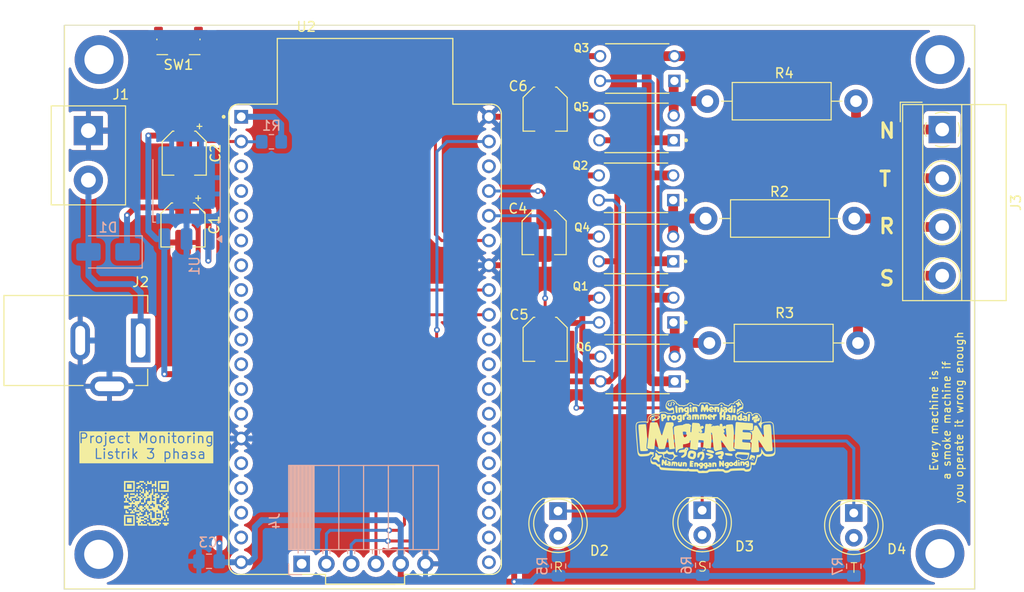
<source format=kicad_pcb>
(kicad_pcb (version 20240108) (generator "pcbnew") (generator_version "8.0")
  (layers (0 "F.Cu" signal) (31 "B.Cu" signal) (34 "B.Paste" user) (35 "F.Paste" user) (36 "B.SilkS" user "B.Silkscreen") (37 "F.SilkS" user "F.Silkscreen") (38 "B.Mask" user) (39 "F.Mask" user) (44 "Edge.Cuts" user))
  (net 0 "")
  (net 1 "Power in")
  (net 2 "GND")
  (net 3 "+3.3V")
  (net 4 "+5V")
  (net 6 "Net-(D1-K)")
  (net 7 "R")
  (net 8 "T")
  (net 9 "N")
  (net 10 "S")
  (net 11 "Net-(Q1-Pad1)")
  (net 12 "Net-(Q2-Pad1)")
  (net 13 "Net-(Q3-Pad1)")
  (net 39 "Net-(U2-EN)")
  (net 40 "Net-(D2-K)")
  (net 41 "Net-(D2-A)")
  (net 42 "Net-(D3-A)")
  (net 43 "Net-(D4-K)")
  (net 44 "Net-(D4-A)")
  (net 45 "MOSI")
  (net 46 "MISO")
  (net 47 "SCK")
  (net 49 "R_signal")
  (net 51 "S_signal")
  (net 52 "T_signal")
  (net 53 "Net-(D3-K)")
  (footprint "TerminalBlock_MetzConnect:TerminalBlock_MetzConnect_Type011_RT05504HBWC_1x04_P5.00mm_Horizontal" (layer "F.Cu") (at 197.9168 71.36 -90)
    (property "Reference" "J3" (at 7.5 -7.56 90) (layer "F.SilkS"))
    (property "Value" "Screw_Terminal_01x04")
    (pad "1" thru_hole rect (at 0 0 270) (size 2.8 2.8) (drill 1.4) (layers "*.Cu" "*.Mask") (net 9 "N"))
    (pad "2" thru_hole circle (at 5 0 270) (size 2.8 2.8) (drill 1.4) (layers "*.Cu" "*.Mask") (net 8 "T"))
    (pad "3" thru_hole circle (at 10 0 270) (size 2.8 2.8) (drill 1.4) (layers "*.Cu" "*.Mask") (net 7 "R"))
    (pad "4" thru_hole circle (at 15 0 270) (size 2.8 2.8) (drill 1.4) (layers "*.Cu" "*.Mask") (net 10 "S"))
  )
  (footprint "PC817C:PC817C" (layer "F.Cu") (at 166.5447 89.8912 180)
    (property "Reference" "Q1" (at 5.7119 2.439 0) (layer "F.SilkS") (effects (font (size 0.800551 0.800551))))
    (property "Value" "PC817C")
    (pad "1" thru_hole rect (at -3.81 -1.27 180) (size 1.26 1.26) (drill 0.85) (layers "*.Cu" "*.Mask") (net 11 "Net-(Q1-Pad1)"))
    (pad "2" thru_hole circle (at -3.81 1.27 180) (size 1.26 1.26) (drill 0.85) (layers "*.Cu" "*.Mask") (net 9 "N"))
    (pad "3" thru_hole circle (at 3.81 1.27 180) (size 1.26 1.26) (drill 0.85) (layers "*.Cu" "*.Mask") (net 51 "S_signal"))
    (pad "4" thru_hole circle (at 3.81 -1.27 180) (size 1.26 1.26) (drill 0.85) (layers "*.Cu" "*.Mask") (net 53 "Net-(D3-K)"))
  )
  (footprint "LED_THT:LED_D5.0mm_IRGrey" (layer "F.Cu") (at 158.5214 110.5154 -90)
    (property "Reference" "D2" (at 4.069 -4.2418 0) (layer "F.SilkS"))
    (property "Value" "LD271")
    (pad "1" thru_hole rect (at 0 0 270) (size 1.8 1.8) (drill 0.9) (layers "*.Cu" "*.Mask") (net 40 "Net-(D2-K)"))
    (pad "2" thru_hole circle (at 2.54 0 270) (size 1.8 1.8) (drill 0.9) (layers "*.Cu" "*.Mask") (net 41 "Net-(D2-A)"))
  )
  (footprint "Capacitor_SMD:CP_Elec_4x5.4" (layer "F.Cu") (at 120.1928 73.787 -90)
    (property "Reference" "C2" (at 0 -3.2 90) (layer "F.SilkS"))
    (property "Value" "10uF")
    (pad "1" smd roundrect (at -1.8 0 270) (size 2.6 1.6) (layers "F.Cu" "F.Paste" "F.Mask") (roundrect_rratio 0.15625) (net 4 "+5V"))
    (pad "2" smd roundrect (at 1.8 0 270) (size 2.6 1.6) (layers "F.Cu" "F.Paste" "F.Mask") (roundrect_rratio 0.15625) (net 2 "GND"))
  )
  (footprint "LED_THT:LED_D5.0mm_IRGrey" (layer "F.Cu") (at 188.849 110.7186 -90)
    (property "Reference" "D4" (at 3.7084 -4.3942 0) (layer "F.SilkS"))
    (property "Value" "LD271")
    (pad "1" thru_hole rect (at 0 0 270) (size 1.8 1.8) (drill 0.9) (layers "*.Cu" "*.Mask") (net 43 "Net-(D4-K)"))
    (pad "2" thru_hole circle (at 2.54 0 270) (size 1.8 1.8) (drill 0.9) (layers "*.Cu" "*.Mask") (net 44 "Net-(D4-A)"))
  )
  (footprint "PC817C:PC817C" (layer "F.Cu") (at 166.5193 83.6168 180)
    (property "Reference" "Q4" (at 5.5341 2.2098 0) (layer "F.SilkS") (effects (font (size 0.800551 0.800551))))
    (property "Value" "PC817C")
    (pad "1" thru_hole rect (at -3.81 -1.27 180) (size 1.26 1.26) (drill 0.85) (layers "*.Cu" "*.Mask") (net 9 "N"))
    (pad "2" thru_hole circle (at -3.81 1.27 180) (size 1.26 1.26) (drill 0.85) (layers "*.Cu" "*.Mask") (net 12 "Net-(Q2-Pad1)"))
    (pad "3" thru_hole circle (at 3.81 1.27 180) (size 1.26 1.26) (drill 0.85) (layers "*.Cu" "*.Mask") (net 49 "R_signal"))
    (pad "4" thru_hole circle (at 3.81 -1.27 180) (size 1.26 1.26) (drill 0.85) (layers "*.Cu" "*.Mask") (net 4 "+5V"))
  )
  (footprint "LOGO" (layer "F.Cu") (at 116.2812 109.7026)
    (property "Reference" "G***" (hide yes))
    (property "Value" "LOGO" (hide yes))
  )
  (footprint "PC817C:PC817C" (layer "F.Cu") (at 166.6748 95.9358 180)
    (property "Reference" "Q6" (at 5.5118 2.2606 0) (layer "F.SilkS") (effects (font (size 0.800551 0.800551))))
    (property "Value" "PC817C")
    (pad "1" thru_hole rect (at -3.81 -1.27 180) (size 1.26 1.26) (drill 0.85) (layers "*.Cu" "*.Mask") (net 9 "N"))
    (pad "2" thru_hole circle (at -3.81 1.27 180) (size 1.26 1.26) (drill 0.85) (layers "*.Cu" "*.Mask") (net 11 "Net-(Q1-Pad1)"))
    (pad "3" thru_hole circle (at 3.81 1.27 180) (size 1.26 1.26) (drill 0.85) (layers "*.Cu" "*.Mask") (net 51 "S_signal"))
    (pad "4" thru_hole circle (at 3.81 -1.27 180) (size 1.26 1.26) (drill 0.85) (layers "*.Cu" "*.Mask") (net 4 "+5V"))
  )
  (footprint "ESP:MODULE_ESP32-DEVKITC-32E" (layer "F.Cu") (at 138.7348 92.8882)
    (property "Reference" "U2" (at -6.0325 -32.0675 0) (layer "F.SilkS"))
    (property "Value" "ESP32-DEVKITC-32E")
    (pad "J2_1" thru_hole rect (at -12.7 -22.835) (size 1.408 1.408) (drill 0.9) (layers "*.Cu" "*.Mask") (net 3 "+3.3V"))
    (pad "J2_2" thru_hole circle (at -12.7 -20.295) (size 1.408 1.408) (drill 0.9) (layers "*.Cu" "*.Mask") (net 39 "Net-(U2-EN)"))
    (pad "J2_3" thru_hole circle (at -12.7 -17.755) (size 1.408 1.408) (drill 0.9) (layers "*.Cu" "*.Mask"))
    (pad "J2_4" thru_hole circle (at -12.7 -15.215) (size 1.408 1.408) (drill 0.9) (layers "*.Cu" "*.Mask"))
    (pad "J2_5" thru_hole circle (at -12.7 -12.675) (size 1.408 1.408) (drill 0.9) (layers "*.Cu" "*.Mask"))
    (pad "J2_6" thru_hole circle (at -12.7 -10.135) (size 1.408 1.408) (drill 0.9) (layers "*.Cu" "*.Mask"))
    (pad "J2_7" thru_hole circle (at -12.7 -7.595) (size 1.408 1.408) (drill 0.9) (layers "*.Cu" "*.Mask"))
    (pad "J2_8" thru_hole circle (at -12.7 -5.055) (size 1.408 1.408) (drill 0.9) (layers "*.Cu" "*.Mask"))
    (pad "J2_9" thru_hole circle (at -12.7 -2.515) (size 1.408 1.408) (drill 0.9) (layers "*.Cu" "*.Mask"))
    (pad "J2_10" thru_hole circle (at -12.7 0.025) (size 1.408 1.408) (drill 0.9) (layers "*.Cu" "*.Mask"))
    (pad "J2_11" thru_hole circle (at -12.7 2.565) (size 1.408 1.408) (drill 0.9) (layers "*.Cu" "*.Mask"))
    (pad "J2_12" thru_hole circle (at -12.7 5.105) (size 1.408 1.408) (drill 0.9) (layers "*.Cu" "*.Mask"))
    (pad "J2_13" thru_hole circle (at -12.7 7.645) (size 1.408 1.408) (drill 0.9) (layers "*.Cu" "*.Mask"))
    (pad "J2_14" thru_hole circle (at -12.7 10.185) (size 1.408 1.408) (drill 0.9) (layers "*.Cu" "*.Mask") (net 2 "GND"))
    (pad "J2_15" thru_hole circle (at -12.7 12.725) (size 1.408 1.408) (drill 0.9) (layers "*.Cu" "*.Mask"))
    (pad "J2_16" thru_hole circle (at -12.7 15.265) (size 1.408 1.408) (drill 0.9) (layers "*.Cu" "*.Mask"))
    (pad "J2_17" thru_hole circle (at -12.7 17.805) (size 1.408 1.408) (drill 0.9) (layers "*.Cu" "*.Mask"))
    (pad "J2_18" thru_hole circle (at -12.7 20.345) (size 1.408 1.408) (drill 0.9) (layers "*.Cu" "*.Mask"))
    (pad "J2_19" thru_hole circle (at -12.7 22.885) (size 1.408 1.408) (drill 0.9) (layers "*.Cu" "*.Mask") (net 4 "+5V"))
    (pad "J3_1" thru_hole circle (at 12.7 -22.835) (size 1.408 1.408) (drill 0.9) (layers "*.Cu" "*.Mask") (net 2 "GND"))
    (pad "J3_2" thru_hole circle (at 12.7 -20.295) (size 1.408 1.408) (drill 0.9) (layers "*.Cu" "*.Mask") (net 45 "MOSI"))
    (pad "J3_3" thru_hole circle (at 12.7 -17.755) (size 1.408 1.408) (drill 0.9) (layers "*.Cu" "*.Mask"))
    (pad "J3_4" thru_hole circle (at 12.7 -15.215) (size 1.408 1.408) (drill 0.9) (layers "*.Cu" "*.Mask") (net 49 "R_signal"))
    (pad "J3_5" thru_hole circle (at 12.7 -12.675) (size 1.408 1.408) (drill 0.9) (layers "*.Cu" "*.Mask") (net 51 "S_signal"))
    (pad "J3_6" thru_hole circle (at 12.7 -10.135) (size 1.408 1.408) (drill 0.9) (layers "*.Cu" "*.Mask") (net 52 "T_signal"))
    (pad "J3_7" thru_hole circle (at 12.7 -7.595) (size 1.408 1.408) (drill 0.9) (layers "*.Cu" "*.Mask") (net 2 "GND"))
    (pad "J3_8" thru_hole circle (at 12.7 -5.055) (size 1.408 1.408) (drill 0.9) (layers "*.Cu" "*.Mask") (net 46 "MISO"))
    (pad "J3_9" thru_hole circle (at 12.7 -2.515) (size 1.408 1.408) (drill 0.9) (layers "*.Cu" "*.Mask") (net 47 "SCK"))
    (pad "J3_10" thru_hole circle (at 12.7 0.025) (size 1.408 1.408) (drill 0.9) (layers "*.Cu" "*.Mask"))
    (pad "J3_11" thru_hole circle (at 12.7 2.565) (size 1.408 1.408) (drill 0.9) (layers "*.Cu" "*.Mask"))
    (pad "J3_12" thru_hole circle (at 12.7 5.105) (size 1.408 1.408) (drill 0.9) (layers "*.Cu" "*.Mask"))
    (pad "J3_13" thru_hole circle (at 12.7 7.645) (size 1.408 1.408) (drill 0.9) (layers "*.Cu" "*.Mask"))
    (pad "J3_14" thru_hole circle (at 12.7 10.185) (size 1.408 1.408) (drill 0.9) (layers "*.Cu" "*.Mask"))
    (pad "J3_15" thru_hole circle (at 12.7 12.725) (size 1.408 1.408) (drill 0.9) (layers "*.Cu" "*.Mask"))
    (pad "J3_16" thru_hole circle (at 12.7 15.265) (size 1.408 1.408) (drill 0.9) (layers "*.Cu" "*.Mask"))
    (pad "J3_17" thru_hole circle (at 12.7 17.805) (size 1.408 1.408) (drill 0.9) (layers "*.Cu" "*.Mask"))
    (pad "J3_18" thru_hole circle (at 12.7 20.345) (size 1.408 1.408) (drill 0.9) (layers "*.Cu" "*.Mask"))
    (pad "J3_19" thru_hole circle (at 12.7 22.885) (size 1.408 1.408) (drill 0.9) (layers "*.Cu" "*.Mask"))
  )
  (footprint "PC817C:PC817C" (layer "F.Cu") (at 166.6463 65.0996 180)
    (property "Reference" "Q3" (at 5.7373 2.1076 0) (layer "F.SilkS") (effects (font (size 0.800551 0.800551))))
    (property "Value" "PC817C")
    (pad "1" thru_hole rect (at -3.81 -1.27 180) (size 1.26 1.26) (drill 0.85) (layers "*.Cu" "*.Mask") (net 13 "Net-(Q3-Pad1)"))
    (pad "2" thru_hole circle (at -3.81 1.27 180) (size 1.26 1.26) (drill 0.85) (layers "*.Cu" "*.Mask") (net 9 "N"))
    (pad "3" thru_hole circle (at 3.81 1.27 180) (size 1.26 1.26) (drill 0.85) (layers "*.Cu" "*.Mask") (net 52 "T_signal"))
    (pad "4" thru_hole circle (at 3.81 -1.27 180) (size 1.26 1.26) (drill 0.85) (layers "*.Cu" "*.Mask") (net 43 "Net-(D4-K)"))
  )
  (footprint "Capacitor_SMD:C_Elec_4x5.4" (layer "F.Cu") (at 157.2006 92.8892 -90)
    (property "Reference" "C5" (at -2.53 2.667 360) (layer "F.SilkS"))
    (property "Value" "C")
    (pad "1" smd roundrect (at -1.675 0 270) (size 2.65 1.6) (layers "F.Cu" "F.Paste" "F.Mask") (roundrect_rratio 0.15625) (net 51 "S_signal"))
    (pad "2" smd roundrect (at 1.675 0 270) (size 2.65 1.6) (layers "F.Cu" "F.Paste" "F.Mask") (roundrect_rratio 0.15625) (net 2 "GND"))
  )
  (footprint "Capacitor_SMD:C_Elec_4x5.4" (layer "F.Cu") (at 157.099 81.9404 -90)
    (property "Reference" "C4" (at -2.4652 2.6924 360) (layer "F.SilkS"))
    (property "Value" "C")
    (pad "1" smd roundrect (at -1.675 0 270) (size 2.65 1.6) (layers "F.Cu" "F.Paste" "F.Mask") (roundrect_rratio 0.15625) (net 49 "R_signal"))
    (pad "2" smd roundrect (at 1.675 0 270) (size 2.65 1.6) (layers "F.Cu" "F.Paste" "F.Mask") (roundrect_rratio 0.15625) (net 2 "GND"))
  )
  (footprint "Capacitor_SMD:C_Elec_4x5.4" (layer "F.Cu") (at 157.2006 69.2672 -90)
    (property "Reference" "C6" (at -2.3622 2.7686 360) (layer "F.SilkS"))
    (property "Value" "C")
    (pad "1" smd roundrect (at -1.675 0 270) (size 2.65 1.6) (layers "F.Cu" "F.Paste" "F.Mask") (roundrect_rratio 0.15625) (net 52 "T_signal"))
    (pad "2" smd roundrect (at 1.675 0 270) (size 2.65 1.6) (layers "F.Cu" "F.Paste" "F.Mask") (roundrect_rratio 0.15625) (net 2 "GND"))
  )
  (footprint "Capacitor_SMD:CP_Elec_4x5.4" (layer "F.Cu") (at 120.0658 81.1564 -90)
    (property "Reference" "C1" (at 0 -3.2 90) (layer "F.SilkS"))
    (property "Value" "10uF")
    (pad "1" smd roundrect (at -1.8 0 270) (size 2.6 1.6) (layers "F.Cu" "F.Paste" "F.Mask") (roundrect_rratio 0.15625) (net 6 "Net-(D1-K)"))
    (pad "2" smd roundrect (at 1.8 0 270) (size 2.6 1.6) (layers "F.Cu" "F.Paste" "F.Mask") (roundrect_rratio 0.15625) (net 2 "GND"))
  )
  (footprint "TerminalBlock:TerminalBlock_bornier-2_P5.08mm" (layer "F.Cu") (at 110.363 71.4756 -90)
    (property "Reference" "J1" (at -3.7084 -3.3274 0) (layer "F.SilkS"))
    (property "Value" "Screw_Terminal_01x02")
    (pad "1" thru_hole rect (at 0 0 270) (size 3 3) (drill 1.52) (layers "*.Cu" "*.Mask") (net 2 "GND"))
    (pad "2" thru_hole circle (at 5.08 0 270) (size 3 3) (drill 1.52) (layers "*.Cu" "*.Mask") (net 1 "Power in"))
  )
  (footprint "Resistor_THT:R_Axial_DIN0411_L9.9mm_D3.6mm_P15.24mm_Horizontal" (layer "F.Cu") (at 189.2808 93.2688 180)
    (property "Reference" "R3" (at 7.5184 3.0734 0) (layer "F.SilkS"))
    (property "Value" "R")
    (pad "1" thru_hole circle (at 0 0 180) (size 2.4 2.4) (drill 1.2) (layers "*.Cu" "*.Mask") (net 10 "S"))
    (pad "2" thru_hole oval (at 15.24 0 180) (size 2.4 2.4) (drill 1.2) (layers "*.Cu" "*.Mask") (net 11 "Net-(Q1-Pad1)"))
  )
  (footprint "Resistor_THT:R_Axial_DIN0411_L9.9mm_D3.6mm_P15.24mm_Horizontal" (layer "F.Cu") (at 189.0776 68.453 180)
    (property "Reference" "R4" (at 7.366 2.8702 0) (layer "F.SilkS"))
    (property "Value" "R")
    (pad "1" thru_hole circle (at 0 0 180) (size 2.4 2.4) (drill 1.2) (layers "*.Cu" "*.Mask") (net 8 "T"))
    (pad "2" thru_hole oval (at 15.24 0 180) (size 2.4 2.4) (drill 1.2) (layers "*.Cu" "*.Mask") (net 13 "Net-(Q3-Pad1)"))
  )
  (footprint "LOGO" (layer "F.Cu") (at 173.736 103.1748)
    (property "Reference" "G***" (at -0.391124 -0.649574 0) (layer "F.SilkS") (effects (font (size 1.5 1.5) (thickness 0.3))))
    (property "Value" "LOGO" (hide yes))
  )
  (footprint "Connector_BarrelJack:BarrelJack_Kycon_KLDX-0202-xC_Horizontal" (layer "F.Cu") (at 115.7248 93.0148)
    (property "Reference" "J2" (at 0 -6 0) (layer "F.SilkS"))
    (property "Value" "Barrel_Jack_Switch")
    (pad "1" thru_hole rect (at 0 0) (size 2 4.5) (drill oval 1 3.5) (layers "*.Cu" "*.Mask") (net 1 "Power in"))
    (pad "2" thru_hole oval (at -6.2 0) (size 2 4) (drill oval 1 3) (layers "*.Cu" "*.Mask") (net 2 "GND"))
    (pad "3" thru_hole oval (at -3.2 4.7 90) (size 2 4) (drill oval 1 3) (layers "*.Cu" "*.Mask") (net 2 "GND"))
  )
  (footprint "Resistor_THT:R_Axial_DIN0411_L9.9mm_D3.6mm_P15.24mm_Horizontal" (layer "F.Cu") (at 188.8998 80.4926 180)
    (property "Reference" "R2" (at 7.6708 2.7432 0) (layer "F.SilkS"))
    (property "Value" "R")
    (pad "1" thru_hole circle (at 0 0 180) (size 2.4 2.4) (drill 1.2) (layers "*.Cu" "*.Mask") (net 7 "R"))
    (pad "2" thru_hole oval (at 15.24 0 180) (size 2.4 2.4) (drill 1.2) (layers "*.Cu" "*.Mask") (net 12 "Net-(Q2-Pad1)"))
  )
  (footprint "PC817C:PC817C" (layer "F.Cu") (at 166.5732 71.1962 180)
    (property "Reference" "Q5" (at 5.6642 2.159 0) (layer "F.SilkS") (effects (font (size 0.800551 0.800551))))
    (property "Value" "PC817C")
    (pad "1" thru_hole rect (at -3.81 -1.27 180) (size 1.26 1.26) (drill 0.85) (layers "*.Cu" "*.Mask") (net 9 "N"))
    (pad "2" thru_hole circle (at -3.81 1.27 180) (size 1.26 1.26) (drill 0.85) (layers "*.Cu" "*.Mask") (net 13 "Net-(Q3-Pad1)"))
    (pad "3" thru_hole circle (at 3.81 1.27 180) (size 1.26 1.26) (drill 0.85) (layers "*.Cu" "*.Mask") (net 52 "T_signal"))
    (pad "4" thru_hole circle (at 3.81 -1.27 180) (size 1.26 1.26) (drill 0.85) (layers "*.Cu" "*.Mask") (net 4 "+5V"))
  )
  (footprint "LED_THT:LED_D5.0mm_IRGrey" (layer "F.Cu") (at 173.3042 110.4342 -90)
    (property "Reference" "D3" (at 3.7084 -4.3434 0) (layer "F.SilkS"))
    (property "Value" "LD271")
    (pad "1" thru_hole rect (at 0 0 270) (size 1.8 1.8) (drill 0.9) (layers "*.Cu" "*.Mask") (net 53 "Net-(D3-K)"))
    (pad "2" thru_hole circle (at 2.54 0 270) (size 1.8 1.8) (drill 0.9) (layers "*.Cu" "*.Mask") (net 42 "Net-(D3-A)"))
  )
  (footprint "Button_Switch_SMD:SW_SPST_CK_KMS2xxG" (layer "F.Cu") (at 119.5988 62.1164 180)
    (property "Reference" "SW1" (at 0 -2.6 180) (layer "F.SilkS"))
    (property "Value" "CK_KMS2xxG")
    (pad "1" smd roundrect (at -2.05 -0.8 180) (size 0.9 1) (layers "F.Cu" "F.Paste" "F.Mask") (roundrect_rratio 0.15) (net 2 "GND"))
    (pad "1" smd roundrect (at 2.05 -0.8 180) (size 0.9 1) (layers "F.Cu" "F.Paste" "F.Mask") (roundrect_rratio 0.15) (net 2 "GND"))
    (pad "2" smd roundrect (at -2.05 0.8 180) (size 0.9 1) (layers "F.Cu" "F.Paste" "F.Mask") (roundrect_rratio 0.15) (net 39 "Net-(U2-EN)"))
    (pad "2" smd roundrect (at 2.05 0.8 180) (size 0.9 1) (layers "F.Cu" "F.Paste" "F.Mask") (roundrect_rratio 0.15) (net 39 "Net-(U2-EN)"))
    (pad "SH" smd roundrect (at 0 -1.425 180) (size 1.7 0.55) (layers "F.Cu" "F.Paste" "F.Mask") (roundrect_rratio 0.15))
  )
  (footprint "PC817C:PC817C" (layer "F.Cu") (at 166.5193 77.343 180)
    (property "Reference" "Q2" (at 5.7119 2.286 0) (layer "F.SilkS") (effects (font (size 0.800551 0.800551))))
    (property "Value" "PC817C")
    (pad "1" thru_hole rect (at -3.81 -1.27 180) (size 1.26 1.26) (drill 0.85) (layers "*.Cu" "*.Mask") (net 12 "Net-(Q2-Pad1)"))
    (pad "2" thru_hole circle (at -3.81 1.27 180) (size 1.26 1.26) (drill 0.85) (layers "*.Cu" "*.Mask") (net 9 "N"))
    (pad "3" thru_hole circle (at 3.81 1.27 180) (size 1.26 1.26) (drill 0.85) (layers "*.Cu" "*.Mask") (net 49 "R_signal"))
    (pad "4" thru_hole circle (at 3.81 -1.27 180) (size 1.26 1.26) (drill 0.85) (layers "*.Cu" "*.Mask") (net 40 "Net-(D2-K)"))
  )
  (footprint "Diode_SMD:D_SMA" (layer "B.Cu") (at 112.3696 83.9216 180)
    (property "Reference" "D1" (at 0 2.5 0) (layer "B.SilkS") (effects (justify mirror)))
    (property "Value" "SS14")
    (pad "1" smd roundrect (at -2 0 180) (size 2.5 1.8) (layers "B.Cu" "B.Paste" "B.Mask") (roundrect_rratio 0.1388888889) (net 6 "Net-(D1-K)"))
    (pad "2" smd roundrect (at 2 0 180) (size 2.5 1.8) (layers "B.Cu" "B.Paste" "B.Mask") (roundrect_rratio 0.1388888889) (net 1 "Power in"))
  )
  (footprint "Package_TO_SOT_SMD:TO-252-3_TabPin2" (layer "B.Cu") (at 120.4274 77.5608 90)
    (property "Reference" "U1" (at -7.8064 0.8138 90) (layer "B.SilkS") (effects (justify mirror)))
    (property "Value" "L7805")
    (pad "1" smd roundrect (at -5.04 2.28 90) (size 2.2 1.2) (layers "B.Cu" "B.Paste" "B.Mask") (roundrect_rratio 0.208333) (net 6 "Net-(D1-K)"))
    (pad "2" smd roundrect (at -5.04 0 90) (size 2.2 1.2) (layers "B.Cu" "B.Paste" "B.Mask") (roundrect_rratio 0.208333) (net 2 "GND"))
    (pad "2" smd roundrect (at -0.415 -1.525 90) (size 3.05 2.75) (layers "B.Cu" "B.Paste") (roundrect_rratio 0.090909) (net 2 "GND"))
    (pad "2" smd roundrect (at -0.415 1.525 90) (size 3.05 2.75) (layers "B.Cu" "B.Paste") (roundrect_rratio 0.090909) (net 2 "GND"))
    (pad "2" smd roundrect (at 1.26 0 90) (size 6.4 5.8) (layers "B.Cu" "B.Mask") (roundrect_rratio 0.043103) (net 2 "GND"))
    (pad "2" smd roundrect (at 2.935 -1.525 90) (size 3.05 2.75) (layers "B.Cu" "B.Paste") (roundrect_rratio 0.090909) (net 2 "GND"))
    (pad "2" smd roundrect (at 2.935 1.525 90) (size 3.05 2.75) (layers "B.Cu" "B.Paste") (roundrect_rratio 0.090909) (net 2 "GND"))
    (pad "3" smd roundrect (at -5.04 -2.28 90) (size 2.2 1.2) (layers "B.Cu" "B.Paste" "B.Mask") (roundrect_rratio 0.208333) (net 4 "+5V"))
  )
  (footprint "Resistor_SMD:R_0805_2012Metric_Pad1.20x1.40mm_HandSolder" (layer "B.Cu") (at 188.849 116.1796 -90)
    (property "Reference" "R7" (at 0 1.65 90) (layer "B.SilkS") (effects (justify mirror)))
    (property "Value" "R")
    (pad "1" smd roundrect (at -1 0 270) (size 1.2 1.4) (layers "B.Cu" "B.Paste" "B.Mask") (roundrect_rratio 0.208333) (net 44 "Net-(D4-A)"))
    (pad "2" smd roundrect (at 1 0 270) (size 1.2 1.4) (layers "B.Cu" "B.Paste" "B.Mask") (roundrect_rratio 0.208333) (net 4 "+5V"))
  )
  (footprint "Resistor_SMD:R_0805_2012Metric_Pad1.20x1.40mm_HandSolder" (layer "B.Cu") (at 158.5722 116.1592 -90)
    (property "Reference" "R5" (at 0 1.65 90) (layer "B.SilkS") (effects (justify mirror)))
    (property "Value" "R" (hide yes))
    (pad "1" smd roundrect (at -1 0 270) (size 1.2 1.4) (layers "B.Cu" "B.Paste" "B.Mask") (roundrect_rratio 0.208333) (net 41 "Net-(D2-A)"))
    (pad "2" smd roundrect (at 1 0 270) (size 1.2 1.4) (layers "B.Cu" "B.Paste" "B.Mask") (roundrect_rratio 0.208333) (net 4 "+5V"))
  )
  (footprint "Capacitor_SMD:C_0805_2012Metric_Pad1.18x1.45mm_HandSolder" (layer "B.Cu") (at 122.7328 115.6716 180)
    (property "Reference" "C3" (at 0.1016 1.9304 180) (layer "B.SilkS") (effects (justify mirror)))
    (property "Value" "10uF")
    (pad "1" smd roundrect (at -1.0375 0 180) (size 1.175 1.45) (layers "B.Cu" "B.Paste" "B.Mask") (roundrect_rratio 0.212766) (net 4 "+5V"))
    (pad "2" smd roundrect (at 1.0375 0 180) (size 1.175 1.45) (layers "B.Cu" "B.Paste" "B.Mask") (roundrect_rratio 0.212766) (net 2 "GND"))
  )
  (footprint "Resistor_SMD:R_0805_2012Metric_Pad1.20x1.40mm_HandSolder" (layer "B.Cu") (at 173.355 116.078 -90)
    (property "Reference" "R6" (at 0 1.65 90) (layer "B.SilkS") (effects (justify mirror)))
    (property "Value" "R")
    (pad "1" smd roundrect (at -1 0 270) (size 1.2 1.4) (layers "B.Cu" "B.Paste" "B.Mask") (roundrect_rratio 0.208333) (net 42 "Net-(D3-A)"))
    (pad "2" smd roundrect (at 1 0 270) (size 1.2 1.4) (layers "B.Cu" "B.Paste" "B.Mask") (roundrect_rratio 0.208333) (net 4 "+5V"))
  )
  (footprint "Connector_PinSocket_2.54mm:PinSocket_1x06_P2.54mm_Horizontal" (layer "B.Cu") (at 132.232 115.9314 -90)
    (property "Reference" "J4" (at -4.38 2.77 90) (layer "B.SilkS") (effects (justify mirror)))
    (property "Value" "Conn_01x06_Pin")
    (pad "1" thru_hole rect (at 0 0 270) (size 1.7 1.7) (drill 1) (layers "*.Cu" "*.Mask"))
    (pad "2" thru_hole oval (at 0 -2.54 270) (size 1.7 1.7) (drill 1) (layers "*.Cu" "*.Mask") (net 47 "SCK"))
    (pad "3" thru_hole oval (at 0 -5.08 270) (size 1.7 1.7) (drill 1) (layers "*.Cu" "*.Mask") (net 45 "MOSI"))
    (pad "4" thru_hole oval (at 0 -7.62 270) (size 1.7 1.7) (drill 1) (layers "*.Cu" "*.Mask") (net 46 "MISO"))
    (pad "5" thru_hole oval (at 0 -10.16 270) (size 1.7 1.7) (drill 1) (layers "*.Cu" "*.Mask") (net 4 "+5V"))
    (pad "6" thru_hole oval (at 0 -12.7 270) (size 1.7 1.7) (drill 1) (layers "*.Cu" "*.Mask") (net 2 "GND"))
  )
  (footprint "Resistor_SMD:R_0805_2012Metric_Pad1.20x1.40mm_HandSolder" (layer "B.Cu") (at 129.1336 72.6186 180)
    (property "Reference" "R1" (at 0 1.65 0) (layer "B.SilkS") (effects (justify mirror)))
    (property "Value" "10k")
    (pad "1" smd roundrect (at -1 0 180) (size 1.2 1.4) (layers "B.Cu" "B.Paste" "B.Mask") (roundrect_rratio 0.208333) (net 3 "+3.3V"))
    (pad "2" smd roundrect (at 1 0 180) (size 1.2 1.4) (layers "B.Cu" "B.Paste" "B.Mask") (roundrect_rratio 0.208333) (net 39 "Net-(U2-EN)"))
  )
  (gr_rect (start 107.9246 60.6552) (end 201.2188 118.491) (stroke (width 0.1)) (fill none) (layer "F.SilkS"))
  (gr_rect (start 107.8484 60.6552) (end 201.295 118.5672) (stroke (width 0.05)) (fill none) (layer "Edge.Cuts"))
  (gr_text "S" (at 191.3382 87.5284 0) (layer "F.SilkS") (effects (font (size 1.5 1.5) (thickness 0.3) (bold yes)) (justify left bottom)))
  (gr_text "S" (at 172.7962 116.8146 0) (layer "F.SilkS") (effects (font (size 1 1) (thickness 0.1)) (justify left bottom)))
  (gr_text "T" (at 188.4172 116.9416 0) (layer "F.SilkS") (effects (font (size 1 1) (thickness 0.1)) (justify left bottom)))
  (gr_text "R" (at 157.988 116.8654 0) (layer "F.SilkS") (effects (font (size 1 1) (thickness 0.1)) (justify left bottom)))
  (gr_text "R" (at 191.2874 82.169 0) (layer "F.SilkS") (effects (font (size 1.5 1.5) (thickness 0.3) (bold yes)) (justify left bottom)))
  (gr_text "T" (at 191.2874 77.3176 0) (layer "F.SilkS") (effects (font (size 1.5 1.5) (thickness 0.3) (bold yes)) (justify left bottom)))
  (gr_text "N" (at 191.2874 72.3646 0) (layer "F.SilkS") (effects (font (size 1.5 1.5) (thickness 0.3) (bold yes)) (justify left bottom)))
  (gr_text "Every machine is \na smoke machine if \nyou operate it wrong enough" (at 200.1266 100.9142 90) (layer "F.SilkS") (effects (font (size 0.8 0.8) (thickness 0.125) (bold yes)) (justify bottom)))
  (gr_text "Project Monitoring \nListrik 3 phasa" (at 116.6876 102.4636 0) (layer "F.SilkS" knockout) (effects (font (size 1 1) (thickness 0.125) (bold yes)) (justify top)))
  (via (at 197.6882 114.8842) (size 5) (drill 3) (layers "F.Cu" "B.Cu") (net 0))
  (via (at 197.6882 64.1858) (size 5) (drill 3) (layers "F.Cu" "B.Cu") (net 0))
  (via (at 111.4552 64.1858) (size 5) (drill 3) (layers "F.Cu" "B.Cu") (net 0))
  (via (at 111.4298 114.9604) (size 5) (drill 3) (layers "F.Cu" "B.Cu") (net 0))
  (segment (start 110.3696 83.9216) (end 110.3696 76.5622) (width 0.6096) (layer "B.Cu") (net 1))
  (segment (start 110.3696 83.9216) (end 110.3696 86.3412) (width 0.6096) (layer "B.Cu") (net 1))
  (segment (start 114.8588 87.2236) (end 115.7248 88.0896) (width 0.6096) (layer "B.Cu") (net 1))
  (segment (start 111.252 87.2236) (end 114.8588 87.2236) (width 0.6096) (layer "B.Cu") (net 1))
  (segment (start 110.3696 86.3412) (end 111.252 87.2236) (width 0.6096) (layer "B.Cu") (net 1))
  (segment (start 110.3696 76.5622) (end 110.363 76.5556) (width 0.6096) (layer "B.Cu") (net 1))
  (segment (start 115.7248 88.0896) (end 115.7248 93.0148) (width 0.6096) (layer "B.Cu") (net 1))
  (segment (start 153.7716 94.1578) (end 153.7716 85.2932) (width 0.6096) (layer "F.Cu") (net 2))
  (segment (start 153.7716 85.2932) (end 153.7716 83.6168) (width 0.6096) (layer "F.Cu") (net 2))
  (segment (start 157.2006 70.9422) (end 153.797 70.9422) (width 0.6096) (layer "F.Cu") (net 2))
  (segment (start 153.773 83.6154) (end 153.7716 83.6168) (width 0.6096) (layer "F.Cu") (net 2))
  (segment (start 115.5192 74.4728) (end 115.5192 71.4502) (width 0.6096) (layer "F.Cu") (net 2))
  (segment (start 121.6488 62.9164) (end 121.6488 64.5332) (width 0.6096) (layer "F.Cu") (net 2))
  (segment (start 112.5982 82.3722) (end 112.5982 78.5622) (width 0.6096) (layer "F.Cu") (net 2))
  (segment (start 115.5226 75.587) (end 115.5192 75.5904) (width 0.6096) (layer "F.Cu") (net 2))
  (segment (start 115.1128 77.8256) (end 115.5192 77.4192) (width 0.6096) (layer "F.Cu") (net 2))
  (segment (start 113.3348 77.8256) (end 115.1128 77.8256) (width 0.6096) (layer "F.Cu") (net 2))
  (segment (start 157.2006 94.5642) (end 154.178 94.5642) (width 0.6096) (layer "F.Cu") (net 2))
  (segment (start 151.4348 85.2932) (end 153.7716 85.2932) (width 0.6096) (layer "F.Cu") (net 2))
  (segment (start 115.4938 71.4756) (end 115.5192 71.4502) (width 0.6096) (layer "F.Cu") (net 2))
  (segment (start 121.6488 64.5332) (end 121.158 65.024) (width 0.6096) (layer "F.Cu") (net 2))
  (segment (start 115.5192 71.4502) (end 115.5192 65.024) (width 0.6096) (layer "F.Cu") (net 2))
  (segment (start 110.363 71.4756) (end 115.4938 71.4756) (width 0.6096) (layer "F.Cu") (net 2))
  (segment (start 120.1928 75.587) (end 115.5226 75.587) (width 0.6096) (layer "F.Cu") (net 2))
  (segment (start 153.7716 83.6168) (end 153.7716 70.9676) (width 0.6096) (layer "F.Cu") (net 2))
  (segment (start 121.158 65.024) (end 115.5192 65.024) (width 0.6096) (layer "F.Cu") (net 2))
  (segment (start 115.5192 63.6778) (end 115.5192 65.024) (width 0.6096) (layer "F.Cu") (net 2))
  (segment (start 116.2806 62.9164) (end 115.5192 63.6778) (width 0.6096) (layer "F.Cu") (net 2))
  (segment (start 153.1874 70.0532) (end 151.4348 70.0532) (width 0.6096) (layer "F.Cu") (net 2))
  (segment (start 115.5192 77.4192) (end 115.5192 75.5904) (width 0.6096) (layer "F.Cu") (net 2))
  (segment (start 154.178 94.5642) (end 153.7716 94.1578) (width 0.6096) (layer "F.Cu") (net 2))
  (segment (start 157.099 83.6154) (end 153.773 83.6154) (width 0.6096) (layer "F.Cu") (net 2))
  (segment (start 153.7716 70.6374) (end 153.1874 70.0532) (width 0.6096) (layer "F.Cu") (net 2))
  (segment (start 113.1824 82.9564) (end 112.5982 82.3722) (width 0.6096) (layer "F.Cu") (net 2))
  (segment (start 112.5982 78.5622) (end 113.3348 77.8256) (width 0.6096) (layer "F.Cu") (net 2))
  (segment (start 153.7716 70.9676) (end 153.7716 70.6374) (width 0.6096) (layer "F.Cu") (net 2))
  (segment (start 115.5192 75.5904) (end 115.5192 74.4728) (width 0.6096) (layer "F.Cu") (net 2))
  (segment (start 117.5488 62.9164) (end 116.2806 62.9164) (width 0.6096) (layer "F.Cu") (net 2))
  (segment (start 153.797 70.9422) (end 153.7716 70.9676) (width 0.6096) (layer "F.Cu") (net 2))
  (segment (start 120.0658 82.9564) (end 113.1824 82.9564) (width 0.6096) (layer "F.Cu") (net 2))
  (segment (start 109.5248 93.0148) (end 111.4806 93.0148) (width 0.6096) (layer "B.Cu") (net 2))
  (segment (start 151.4348 85.2932) (end 150.2918 85.2932) (width 0.6096) (layer "B.Cu") (net 2))
  (segment (start 120.4274 76.3008) (end 120.4274 71.2276) (width 0.6096) (layer "B.Cu") (net 2))
  (segment (start 121.6953 115.6716) (end 121.6953 103.1533) (width 0.6096) (layer "B.Cu") (net 2))
  (segment (start 115.2398 70.7644) (end 114.5286 71.4756) (width 0.6096) (layer "B.Cu") (net 2))
  (segment (start 112.5248 94.059) (end 112.5248 97.7148) (width 0.6096) (layer "B.Cu") (net 2))
  (segment (start 144.932 104.394) (end 144.932 115.9314) (width 0.6096) (layer "B.Cu") (net 2))
  (segment (start 121.6953 103.1533) (end 121.6152 103.0732) (width 0.6096) (layer "B.Cu") (net 2))
  (segment (start 120.4274 76.3008) (end 120.4274 82.6008) (width 0.6096) (layer "B.Cu") (net 2))
  (segment (start 120.4274 102.622) (end 120.8786 103.0732) (width 0.6096) (layer "B.Cu") (net 2))
  (segment (start 144.932 95.5552) (end 144.932 104.394) (width 0.6096) (layer "B.Cu") (net 2))
  (segment (start 150.2918 85.2932) (end 148.9202 86.6648) (width 0.6096) (layer "B.Cu") (net 2))
  (segment (start 121.6152 103.0732) (end 126.0348 103.0732) (width 0.6096) (layer "B.Cu") (net 2))
  (segment (start 148.9202 93.9546) (end 148.1836 94.6912) (width 0.6096) (layer "B.Cu") (net 2))
  (segment (start 120.4274 71.2276) (end 119.9642 70.7644) (width 0.6096) (layer "B.Cu") (net 2))
  (segment (start 145.796 94.6912) (end 144.932 95.5552) (width 0.6096) (layer "B.Cu") (net 2))
  (segment (start 119.9642 70.7644) (end 115.2398 70.7644) (width 0.6096) (layer "B.Cu") (net 2))
  (segment (start 120.4274 82.6008) (end 120.4274 97.7138) (width 0.6096) (layer "B.Cu") (net 2))
  (segment (start 144.932 103.0732) (end 144.932 104.394) (width 0.6096) (layer "B.Cu") (net 2))
  (segment (start 148.1836 94.6912) (end 145.796 94.6912) (width 0.6096) (layer "B.Cu") (net 2))
  (segment (start 148.9202 86.6648) (end 148.9202 93.9546) (width 0.6096) (layer "B.Cu") (net 2))
  (segment (start 126.0348 103.0732) (end 144.932 103.0732) (width 0.6096) (layer "B.Cu") (net 2))
  (segment (start 120.8786 103.0732) (end 121.6152 103.0732) (width 0.6096) (layer "B.Cu") (net 2))
  (segment (start 120.4274 97.7138) (end 120.4274 102.622) (width 0.6096) (layer "B.Cu") (net 2))
  (segment (start 114.5286 71.4756) (end 110.363 71.4756) (width 0.6096) (layer "B.Cu") (net 2))
  (segment (start 111.4806 93.0148) (end 112.5248 94.059) (width 0.6096) (layer "B.Cu") (net 2))
  (segment (start 120.4264 97.7148) (end 120.4274 97.7138) (width 0.6096) (layer "B.Cu") (net 2))
  (segment (start 112.5248 97.7148) (end 120.4264 97.7148) (width 0.6096) (layer "B.Cu") (net 2))
  (segment (start 129.3622 70.0532) (end 130.1336 70.8246) (width 0.6096) (layer "B.Cu") (net 3))
  (segment (start 130.1336 70.8246) (end 130.1336 72.6186) (width 0.6096) (layer "B.Cu") (net 3))
  (segment (start 126.0348 70.0532) (end 129.3622 70.0532) (width 0.6096) (layer "B.Cu") (net 3))
  (segment (start 163.7284 97.2058) (end 162.8648 97.2058) (width 0.6096) (layer "F.Cu") (net 4))
  (segment (start 154.0256 98.171) (end 154.9908 97.2058) (width 0.6096) (layer "F.Cu") (net 4))
  (segment (start 164.5666 84.8868) (end 164.592 84.8614) (width 0.6096) (layer "F.Cu") (net 4))
  (segment (start 122.682 96.4692) (end 123.7996 97.5868) (width 0.6096) (layer "F.Cu") (net 4))
  (segment (start 120.1928 71.987) (end 116.5132 71.987) (width 0.6096) (layer "F.Cu") (net 4))
  (segment (start 142.392 117.2032) (end 142.9512 117.7624) (width 0.6096) (layer "F.Cu") (net 4))
  (segment (start 123.7996 97.5868) (end 123.7996 113.8174) (width 0.6096) (layer "F.Cu") (net 4))
  (segment (start 164.592 84.8614) (end 164.592 91.2114) (width 0.6096) (layer "F.Cu") (net 4))
  (segment (start 154.0256 117.7624) (end 154.0256 98.171) (width 0.6096) (layer "F.Cu") (net 4))
  (segment (start 162.7093 84.8868) (end 164.5666 84.8868) (width 0.6096) (layer "F.Cu") (net 4))
  (segment (start 154.9908 97.2058) (end 162.8648 97.2058) (width 0.6096) (layer "F.Cu") (net 4))
  (segment (start 164.592 96.3422) (end 163.7284 97.2058) (width 0.6096) (layer "F.Cu") (net 4))
  (segment (start 164.592 72.9742) (end 164.592 84.8614) (width 0.6096) (layer "F.Cu") (net 4))
  (segment (start 118.1608 96.4692) (end 122.682 96.4692) (width 0.6096) (layer "F.Cu") (net 4))
  (segment (start 116.5132 71.987) (end 116.513189 71.986989) (width 0.6096) (layer "F.Cu") (net 4))
  (segment (start 162.7632 72.4662) (end 164.084 72.4662) (width 0.6096) (layer "F.Cu") (net 4))
  (segment (start 142.9512 117.7624) (end 154.0256 117.7624) (width 0.6096) (layer "F.Cu") (net 4))
  (segment (start 142.392 115.9314) (end 142.392 117.2032) (width 0.6096) (layer "F.Cu") (net 4))
  (segment (start 164.084 72.4662) (end 164.592 72.9742) (width 0.6096) (layer "F.Cu") (net 4))
  (segment (start 164.592 91.2114) (end 164.592 96.3422) (width 0.6096) (layer "F.Cu") (net 4))
  (via (at 116.513189 71.986989) (size 0.6) (drill 0.3) (layers "F.Cu" "B.Cu") (net 4))
  (via (at 154.0256 117.7624) (size 0.6) (drill 0.3) (layers "F.Cu" "B.Cu") (net 4))
  (via (at 118.1608 96.4692) (size 0.6) (drill 0.3) (layers "F.Cu" "B.Cu") (net 4))
  (via (at 123.7996 113.8174) (size 0.6) (drill 0.3) (layers "F.Cu" "B.Cu") (net 4))
  (segment (start 126.9238 115.7732) (end 127.4318 115.2652) (width 0.6096) (layer "B.Cu") (net 4))
  (segment (start 127.4318 112.1664) (end 128.143 111.4552) (width 0.6096) (layer "B.Cu") (net 4))
  (segment (start 123.8719 115.7732) (end 123.7703 115.6716) (width 0.6096) (layer "B.Cu") (net 4))
  (segment (start 142.392 111.9628) (end 142.392 115.9314) (width 0.6096) (layer "B.Cu") (net 4))
  (segment (start 173.6946 117.078) (end 173.7962 117.1796) (width 0.6096) (layer "B.Cu") (net 4))
  (segment (start 155.7956 117.7624) (end 156.3988 117.1592) (width 0.6096) (layer "B.Cu") (net 4))
  (segment (start 118.1474 82.6008) (end 118.1474 96.4558) (width 0.6096) (layer "B.Cu") (net 4))
  (segment (start 123.7996 113.8174) (end 123.7996 115.6423) (width 0.6096) (layer "B.Cu") (net 4))
  (segment (start 116.513189 81.765989) (end 116.513189 71.986989) (width 0.6096) (layer "B.Cu") (net 4))
  (segment (start 118.1474 96.4558) (end 118.1608 96.4692) (width 0.6096) (layer "B.Cu") (net 4))
  (segment (start 127.4318 115.2652) (end 127.4318 112.1664) (width 0.6096) (layer "B.Cu") (net 4))
  (segment (start 141.8844 111.4552) (end 142.392 111.9628) (width 0.6096) (layer "B.Cu") (net 4))
  (segment (start 158.5722 117.1592) (end 173.2738 117.1592) (width 0.6096) (layer "B.Cu") (net 4))
  (segment (start 156.3988 117.1592) (end 158.5722 117.1592) (width 0.6096) (layer "B.Cu") (net 4))
  (segment (start 117.348 82.6008) (end 116.513189 81.765989) (width 0.6096) (layer "B.Cu") (net 4))
  (segment (start 118.1474 82.6008) (end 117.348 82.6008) (width 0.6096) (layer "B.Cu") (net 4))
  (segment (start 189.0108 117.1448) (end 188.8744 117.2812) (width 0.6096) (layer "B.Cu") (net 4))
  (segment (start 126.0348 115.7732) (end 123.8719 115.7732) (width 0.6096) (layer "B.Cu") (net 4))
  (segment (start 128.143 111.4552) (end 141.8844 111.4552) (width 0.6096) (layer "B.Cu") (net 4))
  (segment (start 173.355 117.078) (end 173.6946 117.078) (width 0.6096) (layer "B.Cu") (net 4))
  (segment (start 158.5722 117.1592) (end 158.5054 117.226) (width 0.6096) (layer "B.Cu") (net 4))
  (segment (start 126.0348 115.7732) (end 126.9238 115.7732) (width 0.6096) (layer "B.Cu") (net 4))
  (segment (start 173.2738 117.1592) (end 173.355 117.078) (width 0.6096) (layer "B.Cu") (net 4))
  (segment (start 173.7962 117.1796) (end 188.849 117.1796) (width 0.6096) (layer "B.Cu") (net 4))
  (segment (start 154.0256 117.7624) (end 155.7956 117.7624) (width 0.6096) (layer "B.Cu") (net 4))
  (segment (start 123.7996 115.6423) (end 123.7703 115.6716) (width 0.6096) (layer "B.Cu") (net 4))
  (segment (start 122.682 84.7852) (end 122.6566 84.8106) (width 0.6096) (layer "F.Cu") (net 6))
  (segment (start 120.0658 79.3564) (end 122.3078 79.3564) (width 0.6096) (layer "F.Cu") (net 6))
  (segment (start 115.1314 79.3564) (end 114.3254 80.1624) (width 0.6096) (layer "F.Cu") (net 6))
  (segment (start 120.0658 79.3564) (end 115.1314 79.3564) (width 0.6096) (layer "F.Cu") (net 6))
  (segment (start 122.682 79.7306) (end 122.682 84.7852) (width 0.6096) (layer "F.Cu") (net 6))
  (segment (start 122.3078 79.3564) (end 122.682 79.7306) (width 0.6096) (layer "F.Cu") (net 6))
  (via (at 114.3254 80.1624) (size 0.6) (drill 0.3) (layers "F.Cu" "B.Cu") (net 6))
  (via (at 122.6566 84.8106) (size 0.6) (drill 0.3) (layers "F.Cu" "B.Cu") (net 6))
  (segment (start 114.3254 83.8774) (end 114.3696 83.9216) (width 0.6096) (layer "B.Cu") (net 6))
  (segment (start 122.6566 82.6516) (end 122.7074 82.6008) (width 0.6096) (layer "B.Cu") (net 6))
  (segment (start 114.3254 80.1624) (end 114.3254 83.8774) (width 0.6096) (layer "B.Cu") (net 6))
  (segment (start 122.6566 84.8106) (end 122.6566 82.6516) (width 0.6096) (layer "B.Cu") (net 6))
  (segment (start 193.0146 80.4926) (end 188.8998 80.4926) (width 1) (layer "F.Cu") (net 7))
  (segment (start 193.882 81.36) (end 193.0146 80.4926) (width 1) (layer "F.Cu") (net 7))
  (segment (start 197.9168 81.36) (end 193.882 81.36) (width 1) (layer "F.Cu") (net 7))
  (segment (start 190.279 76.36) (end 197.9168 76.36) (width 1) (layer "F.Cu") (net 8))
  (segment (start 189.0776 75.1586) (end 190.279 76.36) (width 1) (layer "F.Cu") (net 8))
  (segment (start 189.0776 68.453) (end 189.0776 75.1586) (width 1) (layer "F.Cu") (net 8))
  (segment (start 167.6146 96.6724) (end 167.6146 88.4936) (width 1) (layer "F.Cu") (net 9))
  (segment (start 170.3293 84.8868) (end 167.64 84.8868) (width 1) (layer "F.Cu") (net 9))
  (segment (start 167.64 84.8868) (end 167.6146 84.8614) (width 1) (layer "F.Cu") (net 9))
  (segment (start 197.9168 71.36) (end 194.3976 71.36) (width 1) (layer "F.Cu") (net 9))
  (segment (start 168.148 97.2058) (end 167.6146 96.6724) (width 1) (layer "F.Cu") (net 9))
  (segment (start 167.6146 72.4662) (end 167.6146 64.9986) (width 1) (layer "F.Cu") (net 9))
  (segment (start 168.7836 63.8296) (end 170.4563 63.8296) (width 1) (layer "F.Cu") (net 9))
  (segment (start 170.4848 97.2058) (end 168.148 97.2058) (width 1) (layer "F.Cu") (net 9))
  (segment (start 167.6146 84.8614) (end 167.6146 76.1238) (width 1) (layer "F.Cu") (net 9))
  (segment (start 167.6654 76.073) (end 167.6146 76.1238) (width 1) (layer "F.Cu") (net 9))
  (segment (start 167.6146 64.9986) (end 168.7836 63.8296) (width 1) (layer "F.Cu") (net 9))
  (segment (start 193.3956 65.8368) (end 191.3884 63.8296) (width 1) (layer "F.Cu") (net 9))
  (segment (start 170.3293 76.073) (end 167.6654 76.073) (width 1) (layer "F.Cu") (net 9))
  (segment (start 170.3547 88.6212) (end 167.7422 88.6212) (width 1) (layer "F.Cu") (net 9))
  (segment (start 193.3956 70.358) (end 193.3956 65.8368) (width 1) (layer "F.Cu") (net 9))
  (segment (start 194.3976 71.36) (end 193.3956 70.358) (width 1) (layer "F.Cu") (net 9))
  (segment (start 167.7422 88.6212) (end 167.6146 88.4936) (width 1) (layer "F.Cu") (net 9))
  (segment (start 167.6146 88.4936) (end 167.6146 84.8614) (width 1) (layer "F.Cu") (net 9))
  (segment (start 167.6146 76.1238) (end 167.6146 72.4662) (width 1) (layer "F.Cu") (net 9))
  (segment (start 191.3884 63.8296) (end 170.4563 63.8296) (width 1) (layer "F.Cu") (net 9))
  (segment (start 170.3832 72.4662) (end 167.6146 72.4662) (width 1) (layer "F.Cu") (net 9))
  (segment (start 189.2808 93.2688) (end 189.2808 88.2396) (width 1) (layer "F.Cu") (net 10))
  (segment (start 189.2808 88.2396) (end 191.1604 86.36) (width 1) (layer "F.Cu") (net 10))
  (segment (start 191.1604 86.36) (end 197.9168 86.36) (width 1) (layer "F.Cu") (net 10))
  (segment (start 170.4848 91.2913) (end 170.3547 91.1612) (width 1) (layer "F.Cu") (net 11))
  (segment (start 170.4848 93.1926) (end 170.4848 91.2913) (width 1) (layer "F.Cu") (net 11))
  (segment (start 170.4848 93.1926) (end 170.561 93.2688) (width 1) (layer "F.Cu") (net 11))
  (segment (start 170.4848 94.6658) (end 170.4848 93.1926) (width 1) (layer "F.Cu") (net 11))
  (segment (start 170.561 93.2688) (end 174.0408 93.2688) (width 1) (layer "F.Cu") (net 11))
  (segment (start 173.6598 80.4926) (end 170.4055 80.4926) (width 1) (layer "F.Cu") (net 12))
  (segment (start 170.3293 80.5688) (end 170.3293 78.613) (width 1) (layer "F.Cu") (net 12))
  (segment (start 170.3293 82.3468) (end 170.3293 80.5688) (width 1) (layer "F.Cu") (net 12))
  (segment (start 170.4055 80.4926) (end 170.3293 80.5688) (width 1) (layer "F.Cu") (net 12))
  (segment (start 170.3832 66.4427) (end 170.4563 66.3696) (width 1) (layer "F.Cu") (net 13))
  (segment (start 170.4086 68.453) (end 170.3832 68.4276) (width 1) (layer "F.Cu") (net 13))
  (segment (start 170.3832 69.9262) (end 170.3832 68.4276) (width 1) (layer "F.Cu") (net 13))
  (segment (start 170.3832 68.4276) (end 170.3832 66.4427) (width 1) (layer "F.Cu") (net 13))
  (segment (start 173.8376 68.453) (end 170.4086 68.453) (width 1) (layer "F.Cu") (net 13))
  (segment (start 126.0348 72.5932) (end 122.6312 72.5932) (width 0.3048) (layer "F.Cu") (net 39))
  (segment (start 122.047 72.009) (end 122.047 67.9196) (width 0.3048) (layer "F.Cu") (net 39))
  (segment (start 117.5488 61.3164) (end 121.6488 61.3164) (width 0.3048) (layer "F.Cu") (net 39))
  (segment (start 122.6312 72.5932) (end 122.047 72.009) (width 0.3048) (layer "F.Cu") (net 39))
  (segment (start 122.047 67.9196) (end 122.9868 66.9798) (width 0.3048) (layer "F.Cu") (net 39))
  (segment (start 122.9868 66.9798) (end 122.9868 61.8236) (width 0.3048) (layer "F.Cu") (net 39))
  (segment (start 122.9868 61.8236) (end 122.4796 61.3164) (width 0.3048) (layer "F.Cu") (net 39))
  (segment (start 122.4796 61.3164) (end 121.6488 61.3164) (width 0.3048) (layer "F.Cu") (net 39))
  (segment (start 126.0602 72.6186) (end 126.0348 72.5932) (width 0.3048) (layer "B.Cu") (net 39))
  (segment (start 128.1336 72.6186) (end 126.0602 72.6186) (width 0.3048) (layer "B.Cu") (net 39))
  (segment (start 164.846 110.0328) (end 164.3634 110.5154) (width 0.3048) (layer "B.Cu") (net 40))
  (segment (start 164.1856 78.613) (end 164.846 79.2734) (width 0.3048) (layer "B.Cu") (net 40))
  (segment (start 164.3634 110.5154) (end 158.5214 110.5154) (width 0.3048) (layer "B.Cu") (net 40))
  (segment (start 164.846 79.2734) (end 164.846 110.0328) (width 0.3048) (layer "B.Cu") (net 40))
  (segment (start 162.7093 78.613) (end 164.1856 78.613) (width 0.3048) (layer "B.Cu") (net 40))
  (segment (start 158.5722 113.1062) (end 158.5214 113.0554) (width 0.3048) (layer "B.Cu") (net 41))
  (segment (start 173.355 113.025) (end 173.3042 112.9742) (width 0.3048) (layer "B.Cu") (net 42))
  (segment (start 168.0458 66.3696) (end 162.8363 66.3696) (width 0.3048) (layer "B.Cu") (net 43))
  (segment (start 188.849 104.0892) (end 188.087 103.3272) (width 0.3048) (layer "B.Cu") (net 43))
  (segment (start 168.275 66.5988) (end 168.0458 66.3696) (width 0.3048) (layer "B.Cu") (net 43))
  (segment (start 188.087 103.3272) (end 168.91 103.3272) (width 0.3048) (layer "B.Cu") (net 43))
  (segment (start 168.275 102.6922) (end 168.275 66.5988) (width 0.3048) (layer "B.Cu") (net 43))
  (segment (start 168.91 103.3272) (end 168.275 102.6922) (width 0.3048) (layer "B.Cu") (net 43))
  (segment (start 188.849 110.7186) (end 188.849 104.0892) (width 0.3048) (layer "B.Cu") (net 43))
  (segment (start 188.8744 113.284) (end 188.849 113.2586) (width 0.3048) (layer "B.Cu") (net 44))
  (segment (start 141.0716 113.5888) (end 145.2118 113.5888) (width 0.3048) (layer "F.Cu") (net 45))
  (segment (start 146.0754 112.7252) (end 146.0754 91.948) (width 0.3048) (layer "F.Cu") (net 45))
  (segment (start 145.2118 113.5888) (end 146.0754 112.7252) (width 0.3048) (layer "F.Cu") (net 45))
  (segment (start 146.0754 91.948) (end 146.1008 91.9226) (width 0.3048) (layer "F.Cu") (net 45))
  (via (at 146.1008 91.9226) (size 0.6) (drill 0.3) (layers "F.Cu" "B.Cu") (net 45))
  (via (at 141.0716 113.5888) (size 0.6) (drill 0.3) (layers "F.Cu" "B.Cu") (net 45))
  (segment (start 137.312 115.9314) (end 137.312 113.9702) (width 0.3048) (layer "B.Cu") (net 45))
  (segment (start 141.0208 113.538) (end 141.0716 113.5888) (width 0.3048) (layer "B.Cu") (net 45))
  (segment (start 146.1008 73.6346) (end 146.1008 91.9226) (width 0.3048) (layer "B.Cu") (net 45))
  (segment (start 137.7442 113.538) (end 141.0208 113.538) (width 0.3048) (layer "B.Cu") (net 45))
  (segment (start 137.312 113.9702) (end 137.7442 113.538) (width 0.3048) (layer "B.Cu") (net 45))
  (segment (start 147.1422 72.5932) (end 146.1008 73.6346) (width 0.3048) (layer "B.Cu") (net 45))
  (segment (start 151.4348 72.5932) (end 147.1422 72.5932) (width 0.3048) (layer "B.Cu") (net 45))
  (segment (start 139.8524 114.427) (end 139.8524 89.2556) (width 0.3048) (layer "F.Cu") (net 46))
  (segment (start 139.852 114.4274) (end 139.8524 114.427) (width 0.3048) (layer "F.Cu") (net 46))
  (segment (start 139.8524 89.2556) (end 141.2748 87.8332) (width 0.3048) (layer "F.Cu") (net 46))
  (segment (start 139.852 115.9314) (end 139.852 114.4274) (width 0.3048) (layer "F.Cu") (net 46))
  (segment (start 141.2748 87.8332) (end 151.4348 87.8332) (width 0.3048) (layer "F.Cu") (net 46))
  (segment (start 143.3322 90.3732) (end 142.7734 90.932) (width 0.3048) (layer "F.Cu") (net 47))
  (segment (start 142.7734 111.887) (end 142.1638 112.4966) (width 0.3048) (layer "F.Cu") (net 47))
  (segment (start 142.1638 112.4966) (end 141.1986 112.4966) (width 0.3048) (layer "F.Cu") (net 47))
  (segment (start 151.4348 90.3732) (end 143.3322 90.3732) (width 0.3048) (layer "F.Cu") (net 47))
  (segment (start 142.7734 90.932) (end 142.7734 111.887) (width 0.3048) (layer "F.Cu") (net 47))
  (via (at 141.1986 112.4966) (size 0.6) (drill 0.3) (layers "F.Cu" "B.Cu") (net 47))
  (segment (start 135.128 112.4966) (end 141.1986 112.4966) (width 0.3048) (layer "B.Cu") (net 47))
  (segment (start 134.772 115.9314) (end 134.772 112.8526) (width 0.3048) (layer "B.Cu") (net 47))
  (segment (start 134.772 112.8526) (end 135.128 112.4966) (width 0.3048) (layer "B.Cu") (net 47))
  (segment (start 160.655 76.962) (end 160.655 80.2894) (width 0.6096) (layer "F.Cu") (net 49))
  (segment (start 160.655 80.2894) (end 160.655 81.4578) (width 0.6096) (layer "F.Cu") (net 49))
  (segment (start 160.631 80.2654) (end 160.655 80.2894) (width 0.6096) (layer "F.Cu") (net 49))
  (segment (start 157.099 77.9526) (end 156.8196 77.6732) (width 0.3048) (layer "F.Cu") (net 49))
  (segment (start 160.655 81.4578) (end 161.544 82.3468) (width 0.6096) (layer "F.Cu") (net 49))
  (segment (start 157.099 80.2654) (end 160.631 80.2654) (width 0.6096) (layer "F.Cu") (net 49))
  (segment (start 157.099 80.2654) (end 157.099 77.9526) (width 0.3048) (layer "F.Cu") (net 49))
  (segment (start 156.8196 77.6732) (end 156.464 77.6732) (width 0.3048) (layer "F.Cu") (net 49))
  (segment (start 162.7093 76.073) (end 161.544 76.073) (width 0.6096) (layer "F.Cu") (net 49))
  (segment (start 161.544 82.3468) (end 162.7093 82.3468) (width 0.6096) (layer "F.Cu") (net 49))
  (segment (start 161.544 76.073) (end 160.655 76.962) (width 0.6096) (layer "F.Cu") (net 49))
  (via (at 156.464 77.6732) (size 0.6) (drill 0.3) (layers "F.Cu" "B.Cu") (net 49))
  (segment (start 151.4348 77.6732) (end 156.464 77.6732) (width 0.3048) (layer "B.Cu") (net 49))
  (segment (start 160.9062 91.2142) (end 161.0106 91.1098) (width 0.6096) (layer "F.Cu") (net 51))
  (segment (start 157.2006 91.2142) (end 160.9062 91.2142) (width 0.6096) (layer "F.Cu") (net 51))
  (segment (start 161.0106 94.0816) (end 161.5948 94.6658) (width 0.6096) (layer "F.Cu") (net 51))
  (segment (start 161.772 88.6212) (end 161.0106 89.3826) (width 0.6096) (layer "F.Cu") (net 51))
  (segment (start 161.5948 94.6658) (end 162.8648 94.6658) (width 0.6096) (layer "F.Cu") (net 51))
  (segment (start 157.2006 91.2142) (end 157.2006 88.671384) (width 0.3048) (layer "F.Cu") (net 51))
  (segment (start 161.0106 91.1098) (end 161.0106 94.0816) (width 0.6096) (layer "F.Cu") (net 51))
  (segment (start 161.0106 89.3826) (end 161.0106 91.1098) (width 0.6096) (layer "F.Cu") (net 51))
  (segment (start 162.7347 88.6212) (end 161.772 88.6212) (width 0.6096) (layer "F.Cu") (net 51))
  (via (at 157.2006 88.671384) (size 0.6) (drill 0.3) (layers "F.Cu" "B.Cu") (net 51))
  (segment (start 151.4348 80.2132) (end 156.4894 80.2132) (width 0.3048) (layer "B.Cu") (net 51))
  (segment (start 157.2006 80.9244) (end 157.2006 88.671384) (width 0.3048) (layer "B.Cu") (net 51))
  (segment (start 156.4894 80.2132) (end 157.2006 80.9244) (width 0.3048) (layer "B.Cu") (net 51))
  (segment (start 161.4678 69.9262) (end 160.7312 69.1896) (width 0.6096) (layer "F.Cu") (net 52))
  (segment (start 157.2006 67.5922) (end 160.703 67.5922) (width 0.6096) (layer "F.Cu") (net 52))
  (segment (start 162.7632 69.9262) (end 161.4678 69.9262) (width 0.6096) (layer "F.Cu") (net 52))
  (segment (start 157.2006 67.5922) (end 146.6314 67.5922) (width 0.3048) (layer "F.Cu") (net 52))
  (segment (start 160.7312 69.1896) (end 160.7312 67.564) (width 0.6096) (layer "F.Cu") (net 52))
  (segment (start 160.703 67.5922) (end 160.7312 67.564) (width 0.6096) (layer "F.Cu") (net 52))
  (segment (start 145.9484 68.2752) (end 145.9484 82.1182) (width 0.3048) (layer "F.Cu") (net 52))
  (segment (start 160.7312 64.516) (end 161.4176 63.8296) (width 0.6096) (layer "F.Cu") (net 52))
  (segment (start 161.4176 63.8296) (end 162.8363 63.8296) (width 0.6096) (layer "F.Cu") (net 52))
  (segment (start 146.5834 82.7532) (end 151.4348 82.7532) (width 0.3048) (layer "F.Cu") (net 52))
  (segment (start 145.9484 82.1182) (end 146.5834 82.7532) (width 0.3048) (layer "F.Cu") (net 52))
  (segment (start 160.7312 67.564) (end 160.7312 64.516) (width 0.6096) (layer "F.Cu") (net 52))
  (segment (start 146.6314 67.5922) (end 145.9484 68.2752) (width 0.3048) (layer "F.Cu") (net 52))
  (segment (start 173.3042 100.6602) (end 173.3042 110.4342) (width 0.3048) (layer "F.Cu") (net 53))
  (segment (start 160.401 99.9236) (end 172.5676 99.9236) (width 0.3048) (layer "F.Cu") (net 53))
  (segment (start 172.5676 99.9236) (end 173.3042 100.6602) (width 0.3048) (layer "F.Cu") (net 53))
  (via (at 160.401 99.9236) (size 0.6) (drill 0.3) (layers "F.Cu" "B.Cu") (net 53))
  (segment (start 160.9846 91.1612) (end 162.7347 91.1612) (width 0.3048) (layer "B.Cu") (net 53))
  (segment (start 160.401 91.7448) (end 160.9846 91.1612) (width 0.3048) (layer "B.Cu") (net 53))
  (segment (start 160.401 99.9236) (end 160.401 91.7448) (width 0.3048) (layer "B.Cu") (net 53))
  (zone (net 2) (net_name "GND") (layers "F&B.Cu") (connect_pads (clearance 0.5)) (min_thickness 0.25) (fill yes (thermal_gap 0.5) (thermal_bridge_width 0.5))
    (polygon (pts (xy 107.8484 60.6552) (xy 201.295 60.6552) (xy 201.295 118.5672) (xy 107.8484 118.5672)))
  )
)
</source>
